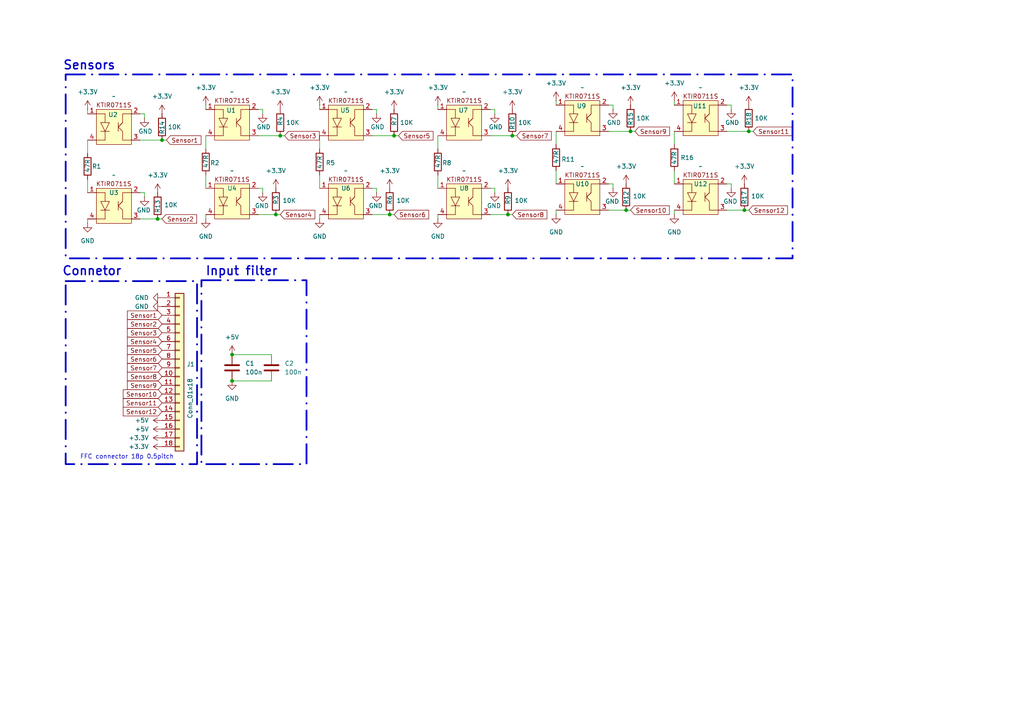
<source format=kicad_sch>
(kicad_sch (version 20231120) (generator "eeschema") (generator_version "8.0")
  (paper "A4")
  (lib_symbols
    (symbol "Connector_Generic:Conn_01x18" (pin_names (offset 1.016) hide)
      (property "Reference" "J" (at 0 22.86 0))
      (property "Value" "Conn_01x18" (at 0 -25.4 0))
      (symbol "Conn_01x18_1_1"
        (rectangle (start -1.27 -22.733) (end 0 -22.987) (stroke (width 0.1524)))
        (rectangle (start -1.27 -20.193) (end 0 -20.447) (stroke (width 0.1524)))
        (rectangle (start -1.27 -17.653) (end 0 -17.907) (stroke (width 0.1524)))
        (rectangle (start -1.27 -15.113) (end 0 -15.367) (stroke (width 0.1524)))
        (rectangle (start -1.27 -12.573) (end 0 -12.827) (stroke (width 0.1524)))
        (rectangle (start -1.27 -10.033) (end 0 -10.287) (stroke (width 0.1524)))
        (rectangle (start -1.27 -7.493) (end 0 -7.747) (stroke (width 0.1524)))
        (rectangle (start -1.27 -4.953) (end 0 -5.207) (stroke (width 0.1524)))
        (rectangle (start -1.27 -2.413) (end 0 -2.667) (stroke (width 0.1524)))
        (rectangle (start -1.27 0.127) (end 0 -0.127) (stroke (width 0.1524)))
        (rectangle (start -1.27 2.667) (end 0 2.413) (stroke (width 0.1524)))
        (rectangle (start -1.27 5.207) (end 0 4.953) (stroke (width 0.1524)))
        (rectangle (start -1.27 7.747) (end 0 7.493) (stroke (width 0.1524)))
        (rectangle (start -1.27 10.287) (end 0 10.033) (stroke (width 0.1524)))
        (rectangle (start -1.27 12.827) (end 0 12.573) (stroke (width 0.1524)))
        (rectangle (start -1.27 15.367) (end 0 15.113) (stroke (width 0.1524)))
        (rectangle (start -1.27 17.907) (end 0 17.653) (stroke (width 0.1524)))
        (rectangle (start -1.27 20.447) (end 0 20.193) (stroke (width 0.1524)))
        (rectangle (start -1.27 21.59) (end 1.27 -24.13) (stroke (width 0.254)) (fill (type background)))
        (pin passive line (at -5.08 20.32 0) (length 3.81) (name "Pin_1") (number "1"))
        (pin passive line (at -5.08 -2.54 0) (length 3.81) (name "Pin_10") (number "10"))
        (pin passive line (at -5.08 -5.08 0) (length 3.81) (name "Pin_11") (number "11"))
        (pin passive line (at -5.08 -7.62 0) (length 3.81) (name "Pin_12") (number "12"))
        (pin passive line (at -5.08 -10.16 0) (length 3.81) (name "Pin_13") (number "13"))
        (pin passive line (at -5.08 -12.7 0) (length 3.81) (name "Pin_14") (number "14"))
        (pin passive line (at -5.08 -15.24 0) (length 3.81) (name "Pin_15") (number "15"))
        (pin passive line (at -5.08 -17.78 0) (length 3.81) (name "Pin_16") (number "16"))
        (pin passive line (at -5.08 -20.32 0) (length 3.81) (name "Pin_17") (number "17"))
        (pin passive line (at -5.08 -22.86 0) (length 3.81) (name "Pin_18") (number "18"))
        (pin passive line (at -5.08 17.78 0) (length 3.81) (name "Pin_2") (number "2"))
        (pin passive line (at -5.08 15.24 0) (length 3.81) (name "Pin_3") (number "3"))
        (pin passive line (at -5.08 12.7 0) (length 3.81) (name "Pin_4") (number "4"))
        (pin passive line (at -5.08 10.16 0) (length 3.81) (name "Pin_5") (number "5"))
        (pin passive line (at -5.08 7.62 0) (length 3.81) (name "Pin_6") (number "6"))
        (pin passive line (at -5.08 5.08 0) (length 3.81) (name "Pin_7") (number "7"))
        (pin passive line (at -5.08 2.54 0) (length 3.81) (name "Pin_8") (number "8"))
        (pin passive line (at -5.08 0 0) (length 3.81) (name "Pin_9") (number "9"))
      )
    )
    (symbol "Device:C" (pin_numbers hide) (pin_names (offset 0.254))
      (property "Reference" "C" (at 0.635 2.54 0))
      (property "Value" "C" (at 0.635 -2.54 0))
      (symbol "C_0_1"
        (polyline (pts (xy -2.032 -0.762) (xy 2.032 -0.762)) (stroke (width 0.508)))
        (polyline (pts (xy -2.032 0.762) (xy 2.032 0.762)) (stroke (width 0.508)))
      )
      (symbol "C_1_1"
        (pin passive line (at 0 3.81 270) (length 2.794) (name "~") (number "1"))
        (pin passive line (at 0 -3.81 90) (length 2.794) (name "~") (number "2"))
      )
    )
    (symbol "Device:R" (pin_numbers hide) (pin_names (offset 0))
      (property "Reference" "R" (at 2.032 0 90))
      (property "Value" "R" (at 0 0 90))
      (symbol "R_0_1"
        (rectangle (start -1.016 -2.54) (end 1.016 2.54) (stroke (width 0.254)))
      )
      (symbol "R_1_1"
        (pin passive line (at 0 3.81 270) (length 1.27) (name "~") (number "1"))
        (pin passive line (at 0 -3.81 90) (length 1.27) (name "~") (number "2"))
      )
    )
    (symbol "Sensor_Library:KTIR0711S"
      (property "Reference" "U" (at 0 0 0))
      (symbol "KTIR0711S_1_1"
        (rectangle (start -5.08 5.08) (end 5.08 -5.08) (fill (type background)))
        (polyline (pts (xy -5.08 -3.81) (xy -2.54 -3.81)))
        (polyline (pts (xy -5.08 3.81) (xy -2.54 3.81)))
        (polyline (pts (xy 1.27 0) (xy 1.27 1.27) (xy 1.27 -1.27) (xy 1.27 0) (xy 2.54 1.27)))
        (polyline (pts (xy 5.08 -3.81) (xy 2.54 -3.81) (xy 2.54 -1.27) (xy 1.27 0) (xy 2.54 1.27) (xy 2.54 3.81) (xy 5.08 3.81)))
        (polyline (pts (xy -2.54 3.81) (xy -2.54 1.27) (xy -3.81 1.27) (xy -1.27 1.27) (xy -2.54 -1.27) (xy -3.81 1.27) (xy -2.54 -1.27) (xy -3.81 -1.27) (xy -1.27 -1.27) (xy -2.54 -1.27) (xy -2.54 -3.81)))
        (text "KTIR0711S" (at 0 6.35 0) (effects (font (size 1.27 1.27))))
        (pin input line (at -7.62 3.81 0) (length 2.54) (name "") (number "1"))
        (pin input line (at 7.62 3.81 180) (length 2.54) (name "") (number "2"))
        (pin input line (at 7.62 -3.81 180) (length 2.54) (name "") (number "3"))
        (pin input line (at -7.62 -3.81 0) (length 2.54) (name "") (number "4"))
      )
    )
    (symbol "power:+3.3V" (power) (pin_numbers hide) (pin_names (offset 0) hide)
      (property "Value" "+3.3V" (at 0 3.556 0))
      (symbol "+3.3V_0_1"
        (polyline (pts (xy -0.762 1.27) (xy 0 2.54)))
        (polyline (pts (xy 0 0) (xy 0 2.54)))
        (polyline (pts (xy 0 2.54) (xy 0.762 1.27)))
      )
      (symbol "+3.3V_1_1"
        (pin power_in line (at 0 0 90) (length 0) (name "~") (number "1"))
      )
    )
    (symbol "power:+5V" (power) (pin_numbers hide) (pin_names (offset 0) hide)
      (property "Value" "+5V" (at 0 3.556 0))
      (symbol "+5V_0_1"
        (polyline (pts (xy -0.762 1.27) (xy 0 2.54)))
        (polyline (pts (xy 0 0) (xy 0 2.54)))
        (polyline (pts (xy 0 2.54) (xy 0.762 1.27)))
      )
      (symbol "+5V_1_1"
        (pin power_in line (at 0 0 90) (length 0) (name "~") (number "1"))
      )
    )
    (symbol "power:GND" (power) (pin_numbers hide) (pin_names (offset 0) hide)
      (property "Value" "GND" (at 0 -3.81 0))
      (symbol "GND_0_1"
        (polyline (pts (xy 0 0) (xy 0 -1.27) (xy 1.27 -1.27) (xy 0 -2.54) (xy -1.27 -1.27) (xy 0 -1.27)))
      )
      (symbol "GND_1_1"
        (pin power_in line (at 0 0 270) (length 0) (name "~") (number "1"))
      )
    )
  )
  (junction (at 67.31 102.87))
  (junction (at 81.28 39.37))
  (junction (at 45.72 63.5))
  (junction (at 114.3 39.37))
  (junction (at 113.03 62.23))
  (junction (at 67.31 110.49))
  (junction (at 46.99 40.64))
  (junction (at 147.32 62.23))
  (junction (at 148.59 39.37))
  (junction (at 80.01 62.23))
  (junction (at 217.17 38.1))
  (junction (at 215.9 60.96))
  (junction (at 182.88 38.1))
  (junction (at 181.61 60.96))
  (wire (pts (xy 76.2 33.02) (xy 76.2 31.75)))
  (wire (pts (xy 41.91 33.02) (xy 40.64 33.02)))
  (wire (pts (xy 81.28 39.37) (xy 74.93 39.37)))
  (wire (pts (xy 212.09 54.61) (xy 212.09 53.34)))
  (wire (pts (xy 109.22 54.61) (xy 107.95 54.61)))
  (wire (pts (xy 48.26 40.64) (xy 46.99 40.64)))
  (wire (pts (xy 127 30.48) (xy 127 31.75)))
  (wire (pts (xy 59.69 30.48) (xy 59.69 31.75)))
  (wire (pts (xy 161.29 29.21) (xy 161.29 30.48)))
  (wire (pts (xy 59.69 62.23) (xy 59.69 63.5)))
  (wire (pts (xy 217.17 60.96) (xy 215.9 60.96)))
  (wire (pts (xy 143.51 54.61) (xy 142.24 54.61)))
  (wire (pts (xy 76.2 54.61) (xy 74.93 54.61)))
  (wire (pts (xy 46.99 40.64) (xy 40.64 40.64)))
  (wire (pts (xy 217.17 38.1) (xy 210.82 38.1)))
  (wire (pts (xy 41.91 55.88) (xy 40.64 55.88)))
  (wire (pts (xy 25.4 63.5) (xy 25.4 64.77)))
  (wire (pts (xy 41.91 57.15) (xy 41.91 55.88)))
  (wire (pts (xy 147.32 62.23) (xy 142.24 62.23)))
  (wire (pts (xy 148.59 39.37) (xy 142.24 39.37)))
  (wire (pts (xy 212.09 53.34) (xy 210.82 53.34)))
  (wire (pts (xy 181.61 60.96) (xy 176.53 60.96)))
  (wire (pts (xy 114.3 39.37) (xy 107.95 39.37)))
  (wire (pts (xy 127 50.8) (xy 127 54.61)))
  (wire (pts (xy 182.88 60.96) (xy 181.61 60.96)))
  (wire (pts (xy 177.8 30.48) (xy 176.53 30.48)))
  (wire (pts (xy 46.99 63.5) (xy 45.72 63.5)))
  (wire (pts (xy 177.8 53.34) (xy 176.53 53.34)))
  (wire (pts (xy 92.71 30.48) (xy 92.71 31.75)))
  (wire (pts (xy 177.8 31.75) (xy 177.8 30.48)))
  (wire (pts (xy 161.29 60.96) (xy 161.29 62.23)))
  (wire (pts (xy 184.15 38.1) (xy 182.88 38.1)))
  (wire (pts (xy 149.86 39.37) (xy 148.59 39.37)))
  (wire (pts (xy 109.22 55.88) (xy 109.22 54.61)))
  (wire (pts (xy 127 62.23) (xy 127 63.5)))
  (wire (pts (xy 143.51 33.02) (xy 143.51 31.75)))
  (wire (pts (xy 161.29 49.53) (xy 161.29 53.34)))
  (wire (pts (xy 215.9 60.96) (xy 210.82 60.96)))
  (wire (pts (xy 41.91 34.29) (xy 41.91 33.02)))
  (wire (pts (xy 25.4 31.75) (xy 25.4 33.02)))
  (wire (pts (xy 109.22 33.02) (xy 109.22 31.75)))
  (wire (pts (xy 92.71 62.23) (xy 92.71 63.5)))
  (wire (pts (xy 114.3 62.23) (xy 113.03 62.23)))
  (wire (pts (xy 182.88 38.1) (xy 176.53 38.1)))
  (wire (pts (xy 59.69 50.8) (xy 59.69 54.61)))
  (wire (pts (xy 67.31 102.87) (xy 78.74 102.87)))
  (wire (pts (xy 161.29 41.91) (xy 161.29 38.1)))
  (wire (pts (xy 59.69 43.18) (xy 59.69 39.37)))
  (wire (pts (xy 80.01 62.23) (xy 74.93 62.23)))
  (wire (pts (xy 67.31 110.49) (xy 78.74 110.49)))
  (wire (pts (xy 212.09 31.75) (xy 212.09 30.48)))
  (wire (pts (xy 81.28 62.23) (xy 80.01 62.23)))
  (wire (pts (xy 92.71 50.8) (xy 92.71 54.61)))
  (wire (pts (xy 76.2 55.88) (xy 76.2 54.61)))
  (wire (pts (xy 127 43.18) (xy 127 39.37)))
  (wire (pts (xy 212.09 30.48) (xy 210.82 30.48)))
  (wire (pts (xy 76.2 31.75) (xy 74.93 31.75)))
  (wire (pts (xy 45.72 63.5) (xy 40.64 63.5)))
  (wire (pts (xy 115.57 39.37) (xy 114.3 39.37)))
  (wire (pts (xy 143.51 31.75) (xy 142.24 31.75)))
  (wire (pts (xy 113.03 62.23) (xy 107.95 62.23)))
  (wire (pts (xy 25.4 44.45) (xy 25.4 40.64)))
  (wire (pts (xy 195.58 60.96) (xy 195.58 62.23)))
  (wire (pts (xy 109.22 31.75) (xy 107.95 31.75)))
  (wire (pts (xy 195.58 49.53) (xy 195.58 53.34)))
  (wire (pts (xy 177.8 54.61) (xy 177.8 53.34)))
  (wire (pts (xy 218.44 38.1) (xy 217.17 38.1)))
  (wire (pts (xy 25.4 52.07) (xy 25.4 55.88)))
  (wire (pts (xy 195.58 41.91) (xy 195.58 38.1)))
  (wire (pts (xy 82.55 39.37) (xy 81.28 39.37)))
  (wire (pts (xy 195.58 29.21) (xy 195.58 30.48)))
  (wire (pts (xy 143.51 55.88) (xy 143.51 54.61)))
  (wire (pts (xy 148.59 62.23) (xy 147.32 62.23)))
  (wire (pts (xy 92.71 43.18) (xy 92.71 39.37)))
  (rectangle (start 19.05 21.59) (end 229.87 74.93) (stroke (width 0.508) (type dash_dot)))
  (rectangle (start 58.42 81.28) (end 88.9 134.62) (stroke (width 0.508) (type dash_dot)))
  (rectangle (start 19.05 81.534) (end 57.15 134.62) (stroke (width 0.508) (type dash_dot)))
  (text "FFC connector 18p 0.5pitch" (at 36.83 132.588 0) (effects (font (size 1.27 1.27))))
  (text "Input filter" (at 70.104 78.74 0) (effects (font (size 2.54 2.54) (thickness 0.4064) (bold yes))))
  (text "Connetor\n" (at 26.67 78.74 0) (effects (font (size 2.54 2.54) (thickness 0.4064) (bold yes))))
  (text "Sensors" (at 25.908 19.05 0) (effects (font (size 2.54 2.54) (thickness 0.4064) (bold yes))))
  (global_label "Sensor4" (shape input) (at 46.99 99.06 180) (property "Intersheetrefs" "${INTERSHEET_REFS}" (effects (hide yes))))
  (global_label "Sensor7" (shape input) (at 149.86 39.37 0) (property "Intersheetrefs" "${INTERSHEET_REFS}" (effects (hide yes))))
  (global_label "Sensor12" (shape input) (at 217.17 60.96 0) (property "Intersheetrefs" "${INTERSHEET_REFS}" (effects (hide yes))))
  (global_label "Sensor3" (shape input) (at 82.55 39.37 0) (property "Intersheetrefs" "${INTERSHEET_REFS}" (effects (hide yes))))
  (global_label "Sensor2" (shape input) (at 46.99 63.5 0) (property "Intersheetrefs" "${INTERSHEET_REFS}" (effects (hide yes))))
  (global_label "Sensor9" (shape input) (at 184.15 38.1 0) (property "Intersheetrefs" "${INTERSHEET_REFS}" (effects (hide yes))))
  (global_label "Sensor8" (shape input) (at 46.99 109.22 180) (property "Intersheetrefs" "${INTERSHEET_REFS}" (effects (hide yes))))
  (global_label "Sensor5" (shape input) (at 46.99 101.6 180) (property "Intersheetrefs" "${INTERSHEET_REFS}" (effects (hide yes))))
  (global_label "Sensor1" (shape input) (at 46.99 91.44 180) (property "Intersheetrefs" "${INTERSHEET_REFS}" (effects (hide yes))))
  (global_label "Sensor10" (shape input) (at 182.88 60.96 0) (property "Intersheetrefs" "${INTERSHEET_REFS}" (effects (hide yes))))
  (global_label "Sensor7" (shape input) (at 46.99 106.68 180) (property "Intersheetrefs" "${INTERSHEET_REFS}" (effects (hide yes))))
  (global_label "Sensor6" (shape input) (at 46.99 104.14 180) (property "Intersheetrefs" "${INTERSHEET_REFS}" (effects (hide yes))))
  (global_label "Sensor12" (shape input) (at 46.99 119.38 180) (property "Intersheetrefs" "${INTERSHEET_REFS}" (effects (hide yes))))
  (global_label "Sensor5" (shape input) (at 115.57 39.37 0) (property "Intersheetrefs" "${INTERSHEET_REFS}" (effects (hide yes))))
  (global_label "Sensor4" (shape input) (at 81.28 62.23 0) (property "Intersheetrefs" "${INTERSHEET_REFS}" (effects (hide yes))))
  (global_label "Sensor11" (shape input) (at 218.44 38.1 0) (property "Intersheetrefs" "${INTERSHEET_REFS}" (effects (hide yes))))
  (global_label "Sensor11" (shape input) (at 46.99 116.84 180) (property "Intersheetrefs" "${INTERSHEET_REFS}" (effects (hide yes))))
  (global_label "Sensor2" (shape input) (at 46.99 93.98 180) (property "Intersheetrefs" "${INTERSHEET_REFS}" (effects (hide yes))))
  (global_label "Sensor8" (shape input) (at 148.59 62.23 0) (property "Intersheetrefs" "${INTERSHEET_REFS}" (effects (hide yes))))
  (global_label "Sensor10" (shape input) (at 46.99 114.3 180) (property "Intersheetrefs" "${INTERSHEET_REFS}" (effects (hide yes))))
  (global_label "Sensor6" (shape input) (at 114.3 62.23 0) (property "Intersheetrefs" "${INTERSHEET_REFS}" (effects (hide yes))))
  (global_label "Sensor3" (shape input) (at 46.99 96.52 180) (property "Intersheetrefs" "${INTERSHEET_REFS}" (effects (hide yes))))
  (global_label "Sensor1" (shape input) (at 48.26 40.64 0) (property "Intersheetrefs" "${INTERSHEET_REFS}" (effects (hide yes))))
  (global_label "Sensor9" (shape input) (at 46.99 111.76 180) (property "Intersheetrefs" "${INTERSHEET_REFS}" (effects (hide yes))))
  (symbol (lib_id "power:GND") (at 59.69 63.5 0) (unit 1)
    (property "Reference" "#PWR04" (effects (hide yes)))
    (property "Value" "GND" (at 59.69 68.58 0))
    (property "Description" "Power symbol creates a global label with name \"GND\" , ground" (effects (hide yes)))
  )
  (symbol (lib_id "power:+3.3V") (at 25.4 31.75 0) (unit 1)
    (property "Reference" "#PWR02" (effects (hide yes)))
    (property "Value" "+3.3V" (at 25.4 26.67 0))
    (property "Description" "Power symbol creates a global label with name \"+3.3V\"" (effects (hide yes)))
  )
  (symbol (lib_id "Sensor_Library:KTIR0711S") (at 33.02 36.83 0) (unit 1)
    (property "Reference" "U2" (at 32.766 33.274 0))
    (property "Value" "~" (at 33.02 27.94 0))
  )
  (symbol (lib_id "power:+3.3V") (at 114.3 31.75 0) (unit 1)
    (property "Reference" "#PWR016" (effects (hide yes)))
    (property "Value" "+3.3V" (at 114.3 26.67 0))
    (property "Description" "Power symbol creates a global label with name \"+3.3V\"" (effects (hide yes)))
  )
  (symbol (lib_id "Sensor_Library:KTIR0711S") (at 67.31 35.56 0) (unit 1)
    (property "Reference" "U1" (at 67.056 32.004 0))
    (property "Value" "~" (at 67.31 26.67 0))
  )
  (symbol (lib_id "Device:R") (at 195.58 45.72 0) (unit 1)
    (property "Reference" "R16" (at 197.358 45.72 0) (effects (justify left)))
    (property "Value" "47R" (at 195.58 47.752 90) (effects (justify left)))
    (property "Description" "Resistor" (effects (hide yes)))
  )
  (symbol (lib_id "power:+3.3V") (at 127 30.48 0) (unit 1)
    (property "Reference" "#PWR017" (effects (hide yes)))
    (property "Value" "+3.3V" (at 127 25.4 0))
    (property "Description" "Power symbol creates a global label with name \"+3.3V\"" (effects (hide yes)))
  )
  (symbol (lib_id "power:+3.3V") (at 148.59 31.75 0) (unit 1)
    (property "Reference" "#PWR021" (effects (hide yes)))
    (property "Value" "+3.3V" (at 148.59 26.67 0))
    (property "Description" "Power symbol creates a global label with name \"+3.3V\"" (effects (hide yes)))
  )
  (symbol (lib_id "Device:R") (at 127 46.99 0) (unit 1)
    (property "Reference" "R8" (at 128.27 47.244 0) (effects (justify left)))
    (property "Value" "47R" (at 127 48.768 90) (effects (justify left)))
    (property "Description" "Resistor" (effects (hide yes)))
  )
  (symbol (lib_id "power:+3.3V") (at 80.01 54.61 0) (unit 1)
    (property "Reference" "#PWR09" (effects (hide yes)))
    (property "Value" "+3.3V" (at 80.01 49.53 0))
    (property "Description" "Power symbol creates a global label with name \"+3.3V\"" (effects (hide yes)))
  )
  (symbol (lib_id "Device:R") (at 161.29 45.72 0) (unit 1)
    (property "Reference" "R11" (at 162.814 46.228 0) (effects (justify left)))
    (property "Value" "47R" (at 161.29 47.498 90) (effects (justify left)))
    (property "Description" "Resistor" (effects (hide yes)))
  )
  (symbol (lib_id "Sensor_Library:KTIR0711S") (at 203.2 34.29 0) (unit 1)
    (property "Reference" "U11" (at 202.946 30.734 0))
    (property "Value" "~" (at 203.2 25.4 0))
  )
  (symbol (lib_id "power:GND") (at 161.29 62.23 0) (unit 1)
    (property "Reference" "#PWR024" (effects (hide yes)))
    (property "Value" "GND" (at 161.29 67.31 0))
    (property "Description" "Power symbol creates a global label with name \"GND\" , ground" (effects (hide yes)))
  )
  (symbol (lib_id "Sensor_Library:KTIR0711S") (at 134.62 35.56 0) (unit 1)
    (property "Reference" "U7" (at 134.366 32.004 0))
    (property "Value" "~" (at 134.62 26.67 0))
  )
  (symbol (lib_id "Connector_Generic:Conn_01x18") (at 52.07 106.68 0) (unit 1)
    (property "Reference" "J1" (at 54.102 105.664 0) (effects (justify left)))
    (property "Value" "Conn_01x18" (at 55.118 121.412 90) (effects (justify left)))
    (property "Description" "Generic connector, single row, 01x18, script generated (kicad-library-utils/schlib/autogen/connector/)" (effects (hide yes)))
  )
  (symbol (lib_id "power:+5V") (at 46.99 121.92 90) (unit 1)
    (property "Reference" "#PWR027" (effects (hide yes)))
    (property "Value" "+5V" (at 43.18 121.9199 90) (effects (justify left)))
    (property "Description" "Power symbol creates a global label with name \"+5V\"" (effects (hide yes)))
  )
  (symbol (lib_id "power:GND") (at 212.09 54.61 0) (unit 1)
    (property "Reference" "#PWR040" (effects (hide yes)))
    (property "Value" "GND" (at 209.804 58.42 0) (effects (justify left)))
    (property "Description" "Power symbol creates a global label with name \"GND\" , ground" (effects (hide yes)))
  )
  (symbol (lib_id "power:GND") (at 46.99 86.36 270) (unit 1)
    (property "Reference" "#PWR029" (effects (hide yes)))
    (property "Value" "GND" (at 43.18 86.3599 90) (effects (justify right)))
    (property "Description" "Power symbol creates a global label with name \"GND\" , ground" (effects (hide yes)))
  )
  (symbol (lib_id "power:GND") (at 109.22 33.02 0) (unit 1)
    (property "Reference" "#PWR012" (effects (hide yes)))
    (property "Value" "GND" (at 107.442 36.83 0) (effects (justify left)))
    (property "Description" "Power symbol creates a global label with name \"GND\" , ground" (effects (hide yes)))
  )
  (symbol (lib_id "power:+3.3V") (at 45.72 55.88 0) (unit 1)
    (property "Reference" "#PWR08" (effects (hide yes)))
    (property "Value" "+3.3V" (at 45.72 50.8 0))
    (property "Description" "Power symbol creates a global label with name \"+3.3V\"" (effects (hide yes)))
  )
  (symbol (lib_id "Sensor_Library:KTIR0711S") (at 33.02 59.69 0) (unit 1)
    (property "Reference" "U3" (at 33.02 55.88 0))
    (property "Value" "~" (at 33.02 50.8 0))
  )
  (symbol (lib_id "power:+5V") (at 67.31 102.87 0) (unit 1)
    (property "Reference" "#PWR025" (effects (hide yes)))
    (property "Value" "+5V" (at 67.31 97.79 0))
    (property "Description" "Power symbol creates a global label with name \"+5V\"" (effects (hide yes)))
  )
  (symbol (lib_id "Device:R") (at 217.17 34.29 180) (unit 1)
    (property "Reference" "R18" (at 217.17 32.512 90) (effects (justify left)))
    (property "Value" "10K" (at 222.758 34.29 0) (effects (justify left)))
    (property "Description" "Resistor" (effects (hide yes)))
  )
  (symbol (lib_id "Device:R") (at 25.4 48.26 0) (unit 1)
    (property "Reference" "R1" (at 26.67 48.26 0) (effects (justify left)))
    (property "Value" "47R" (at 25.4 50.038 90) (effects (justify left)))
    (property "Description" "Resistor" (effects (hide yes)))
  )
  (symbol (lib_id "power:+3.3V") (at 147.32 54.61 0) (unit 1)
    (property "Reference" "#PWR022" (effects (hide yes)))
    (property "Value" "+3.3V" (at 147.32 49.53 0))
    (property "Description" "Power symbol creates a global label with name \"+3.3V\"" (effects (hide yes)))
  )
  (symbol (lib_id "Device:R") (at 215.9 57.15 180) (unit 1)
    (property "Reference" "R17" (at 215.9 55.372 90) (effects (justify left)))
    (property "Value" "10K" (at 221.742 56.896 0) (effects (justify left)))
    (property "Description" "Resistor" (effects (hide yes)))
  )
  (symbol (lib_id "power:GND") (at 76.2 33.02 0) (unit 1)
    (property "Reference" "#PWR05" (effects (hide yes)))
    (property "Value" "GND" (at 74.422 36.83 0) (effects (justify left)))
    (property "Description" "Power symbol creates a global label with name \"GND\" , ground" (effects (hide yes)))
  )
  (symbol (lib_id "power:GND") (at 177.8 54.61 0) (unit 1)
    (property "Reference" "#PWR032" (effects (hide yes)))
    (property "Value" "GND" (at 175.514 58.42 0) (effects (justify left)))
    (property "Description" "Power symbol creates a global label with name \"GND\" , ground" (effects (hide yes)))
  )
  (symbol (lib_id "power:GND") (at 127 63.5 0) (unit 1)
    (property "Reference" "#PWR018" (effects (hide yes)))
    (property "Value" "GND" (at 127 68.58 0))
    (property "Description" "Power symbol creates a global label with name \"GND\" , ground" (effects (hide yes)))
  )
  (symbol (lib_id "Device:R") (at 147.32 58.42 180) (unit 1)
    (property "Reference" "R9" (at 147.32 56.642 90) (effects (justify left)))
    (property "Value" "10K" (at 153.162 58.166 0) (effects (justify left)))
    (property "Description" "Resistor" (effects (hide yes)))
  )
  (symbol (lib_id "power:+3.3V") (at 46.99 129.54 90) (unit 1)
    (property "Reference" "#PWR044" (effects (hide yes)))
    (property "Value" "+3.3V" (at 43.18 129.5399 90) (effects (justify left)))
    (property "Description" "Power symbol creates a global label with name \"+3.3V\"" (effects (hide yes)))
  )
  (symbol (lib_id "Device:R") (at 114.3 35.56 180) (unit 1)
    (property "Reference" "R7" (at 114.3 33.782 90) (effects (justify left)))
    (property "Value" "10K" (at 119.888 35.56 0) (effects (justify left)))
    (property "Description" "Resistor" (effects (hide yes)))
  )
  (symbol (lib_id "power:+3.3V") (at 195.58 29.21 0) (unit 1)
    (property "Reference" "#PWR035" (effects (hide yes)))
    (property "Value" "+3.3V" (at 195.58 24.13 0))
    (property "Description" "Power symbol creates a global label with name \"+3.3V\"" (effects (hide yes)))
  )
  (symbol (lib_id "power:+3.3V") (at 217.17 30.48 0) (unit 1)
    (property "Reference" "#PWR041" (effects (hide yes)))
    (property "Value" "+3.3V" (at 217.17 25.4 0))
    (property "Description" "Power symbol creates a global label with name \"+3.3V\"" (effects (hide yes)))
  )
  (symbol (lib_id "Sensor_Library:KTIR0711S") (at 168.91 34.29 0) (unit 1)
    (property "Reference" "U9" (at 168.656 30.734 0))
    (property "Value" "~" (at 168.91 25.4 0))
  )
  (symbol (lib_id "Sensor_Library:KTIR0711S") (at 100.33 35.56 0) (unit 1)
    (property "Reference" "U5" (at 100.076 32.004 0))
    (property "Value" "~" (at 100.33 26.67 0))
  )
  (symbol (lib_id "Device:R") (at 46.99 36.83 180) (unit 1)
    (property "Reference" "R14" (at 46.99 35.052 90) (effects (justify left)))
    (property "Value" "10K" (at 52.578 36.83 0) (effects (justify left)))
    (property "Description" "Resistor" (effects (hide yes)))
  )
  (symbol (lib_id "power:GND") (at 143.51 33.02 0) (unit 1)
    (property "Reference" "#PWR019" (effects (hide yes)))
    (property "Value" "GND" (at 141.732 36.83 0) (effects (justify left)))
    (property "Description" "Power symbol creates a global label with name \"GND\" , ground" (effects (hide yes)))
  )
  (symbol (lib_id "power:+3.3V") (at 46.99 127 90) (unit 1)
    (property "Reference" "#PWR028" (effects (hide yes)))
    (property "Value" "+3.3V" (at 43.18 126.9999 90) (effects (justify left)))
    (property "Description" "Power symbol creates a global label with name \"+3.3V\"" (effects (hide yes)))
  )
  (symbol (lib_id "power:GND") (at 177.8 31.75 0) (unit 1)
    (property "Reference" "#PWR031" (effects (hide yes)))
    (property "Value" "GND" (at 176.022 35.56 0) (effects (justify left)))
    (property "Description" "Power symbol creates a global label with name \"GND\" , ground" (effects (hide yes)))
  )
  (symbol (lib_id "power:+3.3V") (at 113.03 54.61 0) (unit 1)
    (property "Reference" "#PWR015" (effects (hide yes)))
    (property "Value" "+3.3V" (at 113.03 49.53 0))
    (property "Description" "Power symbol creates a global label with name \"+3.3V\"" (effects (hide yes)))
  )
  (symbol (lib_id "power:+3.3V") (at 59.69 30.48 0) (unit 1)
    (property "Reference" "#PWR037" (effects (hide yes)))
    (property "Value" "+3.3V" (at 59.69 25.4 0))
    (property "Description" "Power symbol creates a global label with name \"+3.3V\"" (effects (hide yes)))
  )
  (symbol (lib_id "power:GND") (at 143.51 55.88 0) (unit 1)
    (property "Reference" "#PWR020" (effects (hide yes)))
    (property "Value" "GND" (at 141.224 59.69 0) (effects (justify left)))
    (property "Description" "Power symbol creates a global label with name \"GND\" , ground" (effects (hide yes)))
  )
  (symbol (lib_id "power:+3.3V") (at 81.28 31.75 0) (unit 1)
    (property "Reference" "#PWR038" (effects (hide yes)))
    (property "Value" "+3.3V" (at 81.28 26.67 0))
    (property "Description" "Power symbol creates a global label with name \"+3.3V\"" (effects (hide yes)))
  )
  (symbol (lib_id "power:GND") (at 92.71 63.5 0) (unit 1)
    (property "Reference" "#PWR011" (effects (hide yes)))
    (property "Value" "GND" (at 92.71 68.58 0))
    (property "Description" "Power symbol creates a global label with name \"GND\" , ground" (effects (hide yes)))
  )
  (symbol (lib_id "power:GND") (at 109.22 55.88 0) (unit 1)
    (property "Reference" "#PWR013" (effects (hide yes)))
    (property "Value" "GND" (at 106.934 59.69 0) (effects (justify left)))
    (property "Description" "Power symbol creates a global label with name \"GND\" , ground" (effects (hide yes)))
  )
  (symbol (lib_id "Device:C") (at 78.74 106.68 0) (unit 1)
    (property "Reference" "C2" (at 82.55 105.4099 0) (effects (justify left)))
    (property "Value" "100n" (at 82.55 107.9499 0) (effects (justify left)))
    (property "Description" "Unpolarized capacitor" (effects (hide yes)))
  )
  (symbol (lib_id "power:GND") (at 195.58 62.23 0) (unit 1)
    (property "Reference" "#PWR036" (effects (hide yes)))
    (property "Value" "GND" (at 195.58 67.31 0))
    (property "Description" "Power symbol creates a global label with name \"GND\" , ground" (effects (hide yes)))
  )
  (symbol (lib_id "Device:R") (at 80.01 58.42 180) (unit 1)
    (property "Reference" "R3" (at 80.01 56.642 90) (effects (justify left)))
    (property "Value" "10K" (at 85.852 58.166 0) (effects (justify left)))
    (property "Description" "Resistor" (effects (hide yes)))
  )
  (symbol (lib_id "power:GND") (at 46.99 88.9 270) (unit 1)
    (property "Reference" "#PWR030" (effects (hide yes)))
    (property "Value" "GND" (at 43.18 88.8999 90) (effects (justify right)))
    (property "Description" "Power symbol creates a global label with name \"GND\" , ground" (effects (hide yes)))
  )
  (symbol (lib_id "Sensor_Library:KTIR0711S") (at 134.62 58.42 0) (unit 1)
    (property "Reference" "U8" (at 134.62 54.61 0))
    (property "Value" "~" (at 134.62 49.53 0))
  )
  (symbol (lib_id "Sensor_Library:KTIR0711S") (at 67.31 58.42 0) (unit 1)
    (property "Reference" "U4" (at 67.31 54.61 0))
    (property "Value" "~" (at 67.31 49.53 0))
  )
  (symbol (lib_id "power:GND") (at 212.09 31.75 0) (unit 1)
    (property "Reference" "#PWR039" (effects (hide yes)))
    (property "Value" "GND" (at 210.312 35.56 0) (effects (justify left)))
    (property "Description" "Power symbol creates a global label with name \"GND\" , ground" (effects (hide yes)))
  )
  (symbol (lib_id "Device:R") (at 181.61 57.15 180) (unit 1)
    (property "Reference" "R12" (at 181.61 55.372 90) (effects (justify left)))
    (property "Value" "10K" (at 187.452 56.896 0) (effects (justify left)))
    (property "Description" "Resistor" (effects (hide yes)))
  )
  (symbol (lib_id "Device:C") (at 67.31 106.68 0) (unit 1)
    (property "Reference" "C1" (at 71.12 105.4099 0) (effects (justify left)))
    (property "Value" "100n" (at 71.12 107.9499 0) (effects (justify left)))
    (property "Description" "Unpolarized capacitor" (effects (hide yes)))
  )
  (symbol (lib_id "Device:R") (at 59.69 46.99 0) (unit 1)
    (property "Reference" "R2" (at 60.96 47.244 0) (effects (justify left)))
    (property "Value" "47R" (at 59.69 48.768 90) (effects (justify left)))
    (property "Description" "Resistor" (effects (hide yes)))
  )
  (symbol (lib_id "Sensor_Library:KTIR0711S") (at 168.91 57.15 0) (unit 1)
    (property "Reference" "U10" (at 168.91 53.34 0))
    (property "Value" "~" (at 168.91 48.26 0))
  )
  (symbol (lib_id "power:GND") (at 67.31 110.49 0) (unit 1)
    (property "Reference" "#PWR026" (effects (hide yes)))
    (property "Value" "GND" (at 67.31 115.57 0))
    (property "Description" "Power symbol creates a global label with name \"GND\" , ground" (effects (hide yes)))
  )
  (symbol (lib_id "power:+3.3V") (at 92.71 30.48 0) (unit 1)
    (property "Reference" "#PWR010" (effects (hide yes)))
    (property "Value" "+3.3V" (at 92.71 25.4 0))
    (property "Description" "Power symbol creates a global label with name \"+3.3V\"" (effects (hide yes)))
  )
  (symbol (lib_id "power:GND") (at 41.91 57.15 0) (unit 1)
    (property "Reference" "#PWR01" (effects (hide yes)))
    (property "Value" "GND" (at 39.624 60.96 0) (effects (justify left)))
    (property "Description" "Power symbol creates a global label with name \"GND\" , ground" (effects (hide yes)))
  )
  (symbol (lib_id "power:+3.3V") (at 182.88 30.48 0) (unit 1)
    (property "Reference" "#PWR034" (effects (hide yes)))
    (property "Value" "+3.3V" (at 182.88 25.4 0))
    (property "Description" "Power symbol creates a global label with name \"+3.3V\"" (effects (hide yes)))
  )
  (symbol (lib_id "power:+3.3V") (at 215.9 53.34 0) (unit 1)
    (property "Reference" "#PWR042" (effects (hide yes)))
    (property "Value" "+3.3V" (at 215.9 48.26 0))
    (property "Description" "Power symbol creates a global label with name \"+3.3V\"" (effects (hide yes)))
  )
  (symbol (lib_id "Device:R") (at 45.72 59.69 180) (unit 1)
    (property "Reference" "R13" (at 45.72 57.912 90) (effects (justify left)))
    (property "Value" "10K" (at 51.562 59.436 0) (effects (justify left)))
    (property "Description" "Resistor" (effects (hide yes)))
  )
  (symbol (lib_id "power:GND") (at 25.4 64.77 0) (unit 1)
    (property "Reference" "#PWR014" (effects (hide yes)))
    (property "Value" "GND" (at 25.4 69.85 0))
    (property "Description" "Power symbol creates a global label with name \"GND\" , ground" (effects (hide yes)))
  )
  (symbol (lib_id "Device:R") (at 113.03 58.42 180) (unit 1)
    (property "Reference" "R6" (at 113.03 56.642 90) (effects (justify left)))
    (property "Value" "10K" (at 118.872 58.166 0) (effects (justify left)))
    (property "Description" "Resistor" (effects (hide yes)))
  )
  (symbol (lib_id "Device:R") (at 81.28 35.56 180) (unit 1)
    (property "Reference" "R4" (at 81.28 33.782 90) (effects (justify left)))
    (property "Value" "10K" (at 86.868 35.56 0) (effects (justify left)))
    (property "Description" "Resistor" (effects (hide yes)))
  )
  (symbol (lib_id "power:GND") (at 41.91 34.29 0) (unit 1)
    (property "Reference" "#PWR06" (effects (hide yes)))
    (property "Value" "GND" (at 40.132 38.1 0) (effects (justify left)))
    (property "Description" "Power symbol creates a global label with name \"GND\" , ground" (effects (hide yes)))
  )
  (symbol (lib_id "Sensor_Library:KTIR0711S") (at 100.33 58.42 0) (unit 1)
    (property "Reference" "U6" (at 100.33 54.61 0))
    (property "Value" "~" (at 100.33 49.53 0))
  )
  (symbol (lib_id "Sensor_Library:KTIR0711S") (at 203.2 57.15 0) (unit 1)
    (property "Reference" "U12" (at 203.2 53.34 0))
    (property "Value" "~" (at 203.2 48.26 0))
  )
  (symbol (lib_id "power:GND") (at 76.2 55.88 0) (unit 1)
    (property "Reference" "#PWR07" (effects (hide yes)))
    (property "Value" "GND" (at 73.914 59.69 0) (effects (justify left)))
    (property "Description" "Power symbol creates a global label with name \"GND\" , ground" (effects (hide yes)))
  )
  (symbol (lib_id "Device:R") (at 92.71 46.99 0) (unit 1)
    (property "Reference" "R5" (at 94.488 47.244 0) (effects (justify left)))
    (property "Value" "47R" (at 92.71 49.022 90) (effects (justify left)))
    (property "Description" "Resistor" (effects (hide yes)))
  )
  (symbol (lib_id "power:+3.3V") (at 161.29 29.21 0) (unit 1)
    (property "Reference" "#PWR023" (effects (hide yes)))
    (property "Value" "+3.3V" (at 161.29 24.13 0))
    (property "Description" "Power symbol creates a global label with name \"+3.3V\"" (effects (hide yes)))
  )
  (symbol (lib_id "Device:R") (at 148.59 35.56 180) (unit 1)
    (property "Reference" "R10" (at 148.59 33.782 90) (effects (justify left)))
    (property "Value" "10K" (at 154.178 35.56 0) (effects (justify left)))
    (property "Description" "Resistor" (effects (hide yes)))
  )
  (symbol (lib_id "power:+3.3V") (at 46.99 33.02 0) (unit 1)
    (property "Reference" "#PWR03" (effects (hide yes)))
    (property "Value" "+3.3V" (at 46.99 27.94 0))
    (property "Description" "Power symbol creates a global label with name \"+3.3V\"" (effects (hide yes)))
  )
  (symbol (lib_id "Device:R") (at 182.88 34.29 180) (unit 1)
    (property "Reference" "R15" (at 182.88 32.512 90) (effects (justify left)))
    (property "Value" "10K" (at 188.468 34.29 0) (effects (justify left)))
    (property "Description" "Resistor" (effects (hide yes)))
  )
  (symbol (lib_id "power:+5V") (at 46.99 124.46 90) (unit 1)
    (property "Reference" "#PWR043" (effects (hide yes)))
    (property "Value" "+5V" (at 41.148 124.46 90))
    (property "Description" "Power symbol creates a global label with name \"+5V\"" (effects (hide yes)))
  )
  (symbol (lib_id "power:+3.3V") (at 181.61 53.34 0) (unit 1)
    (property "Reference" "#PWR033" (effects (hide yes)))
    (property "Value" "+3.3V" (at 181.61 48.26 0))
    (property "Description" "Power symbol creates a global label with name \"+3.3V\"" (effects (hide yes)))
  )
)
</source>
